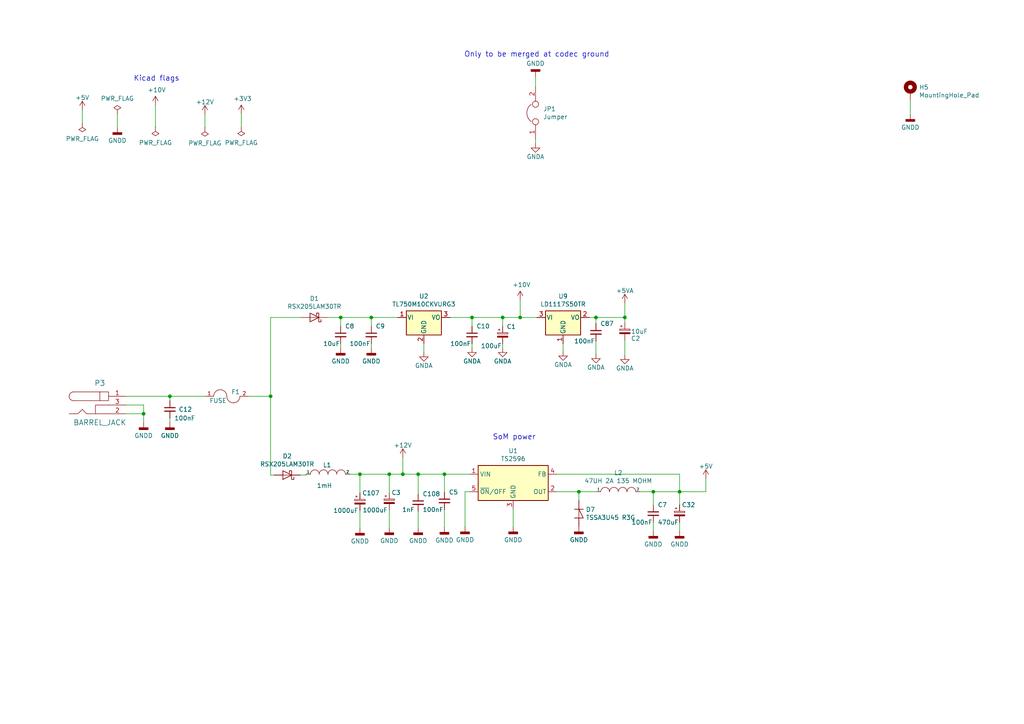
<source format=kicad_sch>
(kicad_sch (version 20211123) (generator eeschema)
  (paper "A4")
  (title_block (title "MOD Dwarf - Main Board") (date "2021-09-06") (rev "1.3") (company "MOD Devices GmbH") (comment 1 "Dwarf Audio processing board") (comment 2 "https://github.com/moddevices/hw-mod-dwarf") (comment 3 "Inp Power: 12V 500mA") (comment 4 "USB outp Power: 500mA"))
  (lib_symbols
    (symbol "Regulator_Linear:LD1117S50TR_SOT223" (pin_names (offset 0.254))
      (property "Reference" "U" (at -3.81 3.175 0))
      (property "Value" "LD1117S50TR_SOT223" (at 0 3.175 0))
      (symbol "LD1117S50TR_SOT223_0_1"
        (rectangle (start -5.08 -5.08) (end 5.08 1.905) (stroke (width 0.254)) (fill (type background)))
      )
      (symbol "LD1117S50TR_SOT223_1_1"
        (pin power_in line (at 0 -7.62 90) (length 2.54) (name "GND") (number "1"))
        (pin power_out line (at 7.62 0 180) (length 2.54) (name "VO") (number "2"))
        (pin power_in line (at -7.62 0 0) (length 2.54) (name "VI") (number "3"))
      )
    )
    (symbol "bottom-board-rescue:+10V-power" (power) (pin_names (offset 0))
      (property "Value" "+10V-power" (at 0 3.556 0))
      (symbol "+10V-power_0_1"
        (polyline (pts (xy -0.762 1.27) (xy 0 2.54)))
        (polyline (pts (xy 0 0) (xy 0 2.54)))
        (polyline (pts (xy 0 2.54) (xy 0.762 1.27)))
      )
      (symbol "+10V-power_1_1"
        (pin power_in line (at 0 0 90) (length 0) hide (name "+10V") (number "1"))
      )
    )
    (symbol "bottom-board-rescue:+12V-power" (power) (pin_names (offset 0))
      (property "Value" "+12V-power" (at 0 3.556 0))
      (symbol "+12V-power_0_1"
        (polyline (pts (xy -0.762 1.27) (xy 0 2.54)))
        (polyline (pts (xy 0 0) (xy 0 2.54)))
        (polyline (pts (xy 0 2.54) (xy 0.762 1.27)))
      )
      (symbol "+12V-power_1_1"
        (pin power_in line (at 0 0 90) (length 0) hide (name "+12V") (number "1"))
      )
    )
    (symbol "bottom-board-rescue:+3V3-power" (power) (pin_names (offset 0))
      (property "Value" "+3V3-power" (at 0 3.556 0))
      (symbol "+3V3-power_0_1"
        (polyline (pts (xy -0.762 1.27) (xy 0 2.54)))
        (polyline (pts (xy 0 0) (xy 0 2.54)))
        (polyline (pts (xy 0 2.54) (xy 0.762 1.27)))
      )
      (symbol "+3V3-power_1_1"
        (pin power_in line (at 0 0 90) (length 0) hide (name "+3V3") (number "1"))
      )
    )
    (symbol "bottom-board-rescue:+5V-power" (power) (pin_names (offset 0))
      (property "Value" "+5V-power" (at 0 3.556 0))
      (symbol "+5V-power_0_1"
        (polyline (pts (xy -0.762 1.27) (xy 0 2.54)))
        (polyline (pts (xy 0 0) (xy 0 2.54)))
        (polyline (pts (xy 0 2.54) (xy 0.762 1.27)))
      )
      (symbol "+5V-power_1_1"
        (pin power_in line (at 0 0 90) (length 0) hide (name "+5V") (number "1"))
      )
    )
    (symbol "bottom-board-rescue:+5VA-power" (power) (pin_names (offset 0))
      (property "Value" "+5VA-power" (at 0 3.556 0))
      (symbol "+5VA-power_0_1"
        (polyline (pts (xy -0.762 1.27) (xy 0 2.54)))
        (polyline (pts (xy 0 0) (xy 0 2.54)))
        (polyline (pts (xy 0 2.54) (xy 0.762 1.27)))
      )
      (symbol "+5VA-power_1_1"
        (pin power_in line (at 0 0 90) (length 0) hide (name "+5VA") (number "1"))
      )
    )
    (symbol "bottom-board-rescue:BARREL_JACK" (pin_names (offset 1.016))
      (property "Reference" "CON" (at 0 6.35 0))
      (property "Value" "BARREL_JACK" (at 0 -5.08 0))
      (symbol "BARREL_JACK_0_1"
        (arc (start -8.89 2.54) (mid -8.5271 1.6254) (end -7.62 1.27))
        (arc (start -7.62 3.81) (mid -8.5088 3.4366) (end -8.89 2.54))
        (polyline (pts (xy -7.62 1.27) (xy 0 1.27)))
        (polyline (pts (xy 0 3.81) (xy -7.62 3.81)))
        (polyline (pts (xy 2.54 0) (xy -1.27 0) (xy -1.27 -2.54)))
        (polyline (pts (xy 2.54 -2.54) (xy -3.81 -2.54) (xy -5.08 -1.27) (xy -6.35 -2.54) (xy -8.89 -2.54)))
        (rectangle (start 2.54 3.81) (end 0 1.27))
      )
      (symbol "BARREL_JACK_1_1"
        (pin passive line (at 7.62 2.54 180) (length 5.08) (name "~") (number "1"))
        (pin passive line (at 7.62 -2.54 180) (length 5.08) (name "~") (number "2"))
        (pin passive line (at 7.62 0 180) (length 5.08) (name "~") (number "3"))
      )
    )
    (symbol "bottom-board-rescue:CP_Small" (pin_numbers hide) (pin_names (offset 0.254) hide)
      (property "Reference" "C" (at 0.254 1.778 0))
      (property "Value" "CP_Small" (at 0.254 -2.032 0))
      (symbol "CP_Small_0_1"
        (rectangle (start -1.524 -0.3048) (end 1.524 -0.6858) (fill (type outline)))
        (rectangle (start -1.524 0.6858) (end 1.524 0.3048))
        (polyline (pts (xy -1.27 1.524) (xy -0.762 1.524)))
        (polyline (pts (xy -1.016 1.27) (xy -1.016 1.778)))
      )
      (symbol "CP_Small_1_1"
        (pin passive line (at 0 2.54 270) (length 1.8542) (name "~") (number "1"))
        (pin passive line (at 0 -2.54 90) (length 1.8542) (name "~") (number "2"))
      )
    )
    (symbol "bottom-board-rescue:C_Small" (pin_numbers hide) (pin_names (offset 0.254) hide)
      (property "Reference" "C" (at 0.254 1.778 0))
      (property "Value" "C_Small" (at 0.254 -2.032 0))
      (symbol "C_Small_0_1"
        (polyline (pts (xy -1.524 -0.508) (xy 1.524 -0.508)) (stroke (width 0.3302)))
        (polyline (pts (xy -1.524 0.508) (xy 1.524 0.508)) (stroke (width 0.3048)))
      )
      (symbol "C_Small_1_1"
        (pin passive line (at 0 2.54 270) (length 2.032) (name "~") (number "1"))
        (pin passive line (at 0 -2.54 90) (length 2.032) (name "~") (number "2"))
      )
    )
    (symbol "bottom-board-rescue:C_Small-Device" (pin_numbers hide) (pin_names (offset 0.254) hide)
      (property "Reference" "C" (at 0.254 1.778 0))
      (property "Value" "C_Small-Device" (at 0.254 -2.032 0))
      (symbol "C_Small-Device_0_1"
        (polyline (pts (xy -1.524 -0.508) (xy 1.524 -0.508)) (stroke (width 0.3302)))
        (polyline (pts (xy -1.524 0.508) (xy 1.524 0.508)) (stroke (width 0.3048)))
      )
      (symbol "C_Small-Device_1_1"
        (pin passive line (at 0 2.54 270) (length 2.032) (name "~") (number "1"))
        (pin passive line (at 0 -2.54 90) (length 2.032) (name "~") (number "2"))
      )
    )
    (symbol "bottom-board-rescue:D_Schottky-Device" (pin_numbers hide) (pin_names (offset 1.016) hide)
      (property "Reference" "D" (at 0 2.54 0))
      (property "Value" "D_Schottky-Device" (at 0 -2.54 0))
      (symbol "D_Schottky-Device_0_1"
        (polyline (pts (xy 1.27 0) (xy -1.27 0)))
        (polyline (pts (xy 1.27 1.27) (xy 1.27 -1.27) (xy -1.27 0) (xy 1.27 1.27)) (stroke (width 0.2032)))
        (polyline (pts (xy -1.905 0.635) (xy -1.905 1.27) (xy -1.27 1.27) (xy -1.27 -1.27) (xy -0.635 -1.27) (xy -0.635 -0.635)) (stroke (width 0.2032)))
      )
      (symbol "D_Schottky-Device_1_1"
        (pin passive line (at -3.81 0 0) (length 2.54) (name "K") (number "1"))
        (pin passive line (at 3.81 0 180) (length 2.54) (name "A") (number "2"))
      )
    )
    (symbol "bottom-board-rescue:D_Shockley-Device" (pin_numbers hide) (pin_names (offset 1.016) hide)
      (property "Reference" "D" (at 0 2.54 0))
      (property "Value" "D_Shockley-Device" (at 0 -2.54 0))
      (symbol "D_Shockley-Device_0_1"
        (polyline (pts (xy -1.27 0) (xy 1.27 0)))
        (polyline (pts (xy -1.27 1.27) (xy -1.27 -1.27)) (stroke (width 0.2032)))
        (polyline (pts (xy -1.27 0) (xy 1.27 1.27) (xy 1.27 -1.27)) (stroke (width 0.2032)))
      )
      (symbol "D_Shockley-Device_1_1"
        (pin passive line (at -3.81 0 0) (length 2.54) (name "K") (number "1"))
        (pin passive line (at 3.81 0 180) (length 2.54) (name "A") (number "2"))
      )
    )
    (symbol "bottom-board-rescue:FUSE" (pin_names (offset 0.254))
      (property "Reference" "F" (at 2.54 1.27 0))
      (property "Value" "FUSE" (at -2.54 -1.27 0))
      (symbol "FUSE_0_1"
        (arc (start 0 0) (mid -1.905 1.905) (end -3.81 0))
        (arc (start 0 0) (mid 1.905 -1.905) (end 3.81 0))
      )
      (symbol "FUSE_1_1"
        (pin input line (at -6.35 0 0) (length 2.54) (name "~") (number "1"))
        (pin input line (at 6.35 0 180) (length 2.54) (name "~") (number "2"))
      )
    )
    (symbol "bottom-board-rescue:GNDA-power" (power) (pin_names (offset 0))
      (property "Value" "GNDA-power" (at 0 -3.81 0))
      (symbol "GNDA-power_0_1"
        (polyline (pts (xy 0 0) (xy 0 -1.27) (xy 1.27 -1.27) (xy 0 -2.54) (xy -1.27 -1.27) (xy 0 -1.27)))
      )
      (symbol "GNDA-power_1_1"
        (pin power_in line (at 0 0 270) (length 0) hide (name "GNDA") (number "1"))
      )
    )
    (symbol "bottom-board-rescue:GNDD-power" (power) (pin_names (offset 0))
      (property "Value" "GNDD-power" (at 0 -3.175 0))
      (symbol "GNDD-power_0_1"
        (rectangle (start -1.27 -1.524) (end 1.27 -2.032) (stroke (width 0.254)) (fill (type outline)))
        (polyline (pts (xy 0 0) (xy 0 -1.524)))
      )
      (symbol "GNDD-power_1_1"
        (pin power_in line (at 0 0 270) (length 0) hide (name "GNDD") (number "1"))
      )
    )
    (symbol "bottom-board-rescue:INDUCTOR-pspice" (pin_numbers hide) (pin_names (offset 0))
      (property "Reference" "L" (at 0 2.54 0))
      (property "Value" "INDUCTOR-pspice" (at 0 -1.27 0))
      (symbol "INDUCTOR-pspice_0_1"
        (arc (start -2.54 0) (mid -3.81 1.27) (end -5.08 0))
        (arc (start 0 0) (mid -1.27 1.27) (end -2.54 0))
        (arc (start 2.54 0) (mid 1.27 1.27) (end 0 0))
        (arc (start 5.08 0) (mid 3.81 1.27) (end 2.54 0))
      )
      (symbol "INDUCTOR-pspice_1_1"
        (pin input line (at -6.35 0 0) (length 1.27) (name "1") (number "1"))
        (pin input line (at 6.35 0 180) (length 1.27) (name "2") (number "2"))
      )
    )
    (symbol "bottom-board-rescue:Jumper-Device" (pin_names (offset 0.762) hide)
      (property "Reference" "JP" (at 0 3.81 0))
      (property "Value" "Jumper-Device" (at 0 -2.032 0))
      (symbol "Jumper-Device_0_1"
        (circle (center -2.54 0) (radius 0.889))
        (arc (start 2.5146 1.27) (mid 0.0078 2.5097) (end -2.4892 1.27))
        (circle (center 2.54 0) (radius 0.889))
        (pin passive line (at -7.62 0 0) (length 4.191) (name "1") (number "1"))
        (pin passive line (at 7.62 0 180) (length 4.191) (name "2") (number "2"))
      )
    )
    (symbol "bottom-board-rescue:LD1117S50TR_SOT223-Regulator_Linear" (pin_names (offset 0.254))
      (property "Reference" "U" (at -3.81 3.175 0))
      (property "Value" "LD1117S50TR_SOT223-Regulator_Linear" (at 0 3.175 0))
      (symbol "LD1117S50TR_SOT223-Regulator_Linear_0_1"
        (rectangle (start -5.08 -5.08) (end 5.08 1.905) (stroke (width 0.254)) (fill (type background)))
      )
      (symbol "LD1117S50TR_SOT223-Regulator_Linear_1_1"
        (pin power_in line (at -7.62 0 0) (length 2.54) (name "VI") (number "1"))
        (pin power_in line (at 0 -7.62 90) (length 2.54) (name "GND") (number "2"))
        (pin power_out line (at 7.62 0 180) (length 2.54) (name "VO") (number "3"))
      )
    )
    (symbol "bottom-board-rescue:LM2596S-5-Regulator_Switching"
      (property "Reference" "U" (at -10.16 6.35 0))
      (property "Value" "LM2596S-5-Regulator_Switching" (at 0 6.35 0))
      (symbol "LM2596S-5-Regulator_Switching_0_1"
        (rectangle (start -10.16 5.08) (end 10.16 -5.08) (stroke (width 0.254)) (fill (type background)))
      )
      (symbol "LM2596S-5-Regulator_Switching_1_1"
        (pin power_in line (at -12.7 2.54 0) (length 2.54) (name "VIN") (number "1"))
        (pin output line (at 12.7 -2.54 180) (length 2.54) (name "OUT") (number "2"))
        (pin power_in line (at 0 -7.62 90) (length 2.54) (name "GND") (number "3"))
        (pin input line (at 12.7 2.54 180) (length 2.54) (name "FB") (number "4"))
        (pin input line (at -12.7 -2.54 0) (length 2.54) (name "~{ON}/OFF") (number "5"))
      )
    )
    (symbol "bottom-board-rescue:MountingHole_Pad-Mechanical" (pin_numbers hide) (pin_names (offset 1.016) hide)
      (property "Reference" "H" (at 0 6.35 0))
      (property "Value" "MountingHole_Pad-Mechanical" (at 0 4.445 0))
      (symbol "MountingHole_Pad-Mechanical_0_1"
        (circle (center 0 1.27) (radius 1.27) (stroke (width 1.27)))
      )
      (symbol "MountingHole_Pad-Mechanical_1_1"
        (pin input line (at 0 -2.54 90) (length 2.54) (name "1") (number "1"))
      )
    )
    (symbol "bottom-board-rescue:PWR_FLAG-power" (power) (pin_numbers hide) (pin_names (offset 0) hide)
      (property "Value" "PWR_FLAG-power" (at 0 3.81 0))
      (symbol "PWR_FLAG-power_0_0"
        (pin power_out line (at 0 0 90) (length 0) (name "pwr") (number "1"))
      )
      (symbol "PWR_FLAG-power_0_1"
        (polyline (pts (xy 0 0) (xy 0 1.27) (xy -1.016 1.905) (xy 0 2.54) (xy 1.016 1.905) (xy 0 1.27)))
      )
    )
  )
  (junction (at 104.394 137.541))
  (junction (at 112.903 137.541))
  (junction (at 41.656 120.015))
  (junction (at 167.894 142.621))
  (junction (at 145.796 92.075))
  (junction (at 150.876 92.075))
  (junction (at 49.276 114.935))
  (junction (at 181.229 92.075))
  (junction (at 136.906 92.075))
  (junction (at 121.285 137.541))
  (junction (at 189.484 142.621))
  (junction (at 107.696 92.075))
  (junction (at 197.104 142.621))
  (junction (at 78.486 114.935))
  (junction (at 172.847 92.075))
  (junction (at 116.84 137.541))
  (junction (at 128.905 137.541))
  (junction (at 98.806 92.075))
  (wire (pts (xy 101.473 137.541) (xy 104.394 137.541)))
  (wire (pts (xy 107.696 92.075) (xy 115.316 92.075)))
  (wire (pts (xy 145.796 99.695) (xy 145.796 100.965)))
  (wire (pts (xy 69.977 33.02) (xy 69.977 36.83)))
  (wire (pts (xy 98.806 92.075) (xy 107.696 92.075)))
  (wire (pts (xy 104.394 137.541) (xy 112.903 137.541)))
  (wire (pts (xy 134.874 142.621) (xy 134.874 152.781)))
  (wire (pts (xy 78.486 114.935) (xy 78.486 137.795)))
  (wire (pts (xy 136.144 142.621) (xy 134.874 142.621)))
  (wire (pts (xy 104.394 148.082) (xy 104.394 153.162)))
  (wire (pts (xy 145.796 94.615) (xy 145.796 92.075)))
  (wire (pts (xy 72.136 114.935) (xy 78.486 114.935)))
  (wire (pts (xy 78.486 92.075) (xy 78.486 114.935)))
  (wire (pts (xy 121.285 137.541) (xy 128.905 137.541)))
  (wire (pts (xy 41.656 117.475) (xy 41.656 120.015)))
  (wire (pts (xy 167.894 145.161) (xy 167.894 142.621)))
  (wire (pts (xy 161.544 137.541) (xy 197.104 137.541)))
  (wire (pts (xy 172.847 92.075) (xy 181.229 92.075)))
  (wire (pts (xy 189.484 142.621) (xy 185.674 142.621)))
  (wire (pts (xy 148.844 152.781) (xy 148.844 147.701)))
  (wire (pts (xy 264.033 29.083) (xy 264.033 33.147)))
  (wire (pts (xy 45.085 30.48) (xy 45.085 36.83)))
  (wire (pts (xy 170.942 92.075) (xy 172.847 92.075)))
  (wire (pts (xy 98.806 99.695) (xy 98.806 100.965)))
  (wire (pts (xy 49.276 121.285) (xy 49.276 122.555)))
  (wire (pts (xy 36.576 117.475) (xy 41.656 117.475)))
  (wire (pts (xy 116.84 137.541) (xy 121.285 137.541)))
  (wire (pts (xy 197.104 137.541) (xy 197.104 142.621)))
  (wire (pts (xy 145.796 92.075) (xy 150.876 92.075)))
  (wire (pts (xy 49.276 114.935) (xy 59.436 114.935)))
  (wire (pts (xy 136.906 92.075) (xy 145.796 92.075)))
  (wire (pts (xy 150.876 92.075) (xy 150.876 86.995)))
  (wire (pts (xy 163.322 99.695) (xy 163.322 101.981)))
  (wire (pts (xy 78.486 137.795) (xy 79.502 137.795)))
  (wire (pts (xy 204.724 142.621) (xy 197.104 142.621)))
  (wire (pts (xy 87.122 137.795) (xy 88.773 137.795)))
  (wire (pts (xy 189.484 146.431) (xy 189.484 142.621)))
  (wire (pts (xy 49.276 114.935) (xy 49.276 116.205)))
  (wire (pts (xy 41.656 120.015) (xy 41.656 122.555)))
  (wire (pts (xy 104.394 143.002) (xy 104.394 137.541)))
  (wire (pts (xy 155.321 41.656) (xy 155.321 40.386)))
  (wire (pts (xy 172.847 93.853) (xy 172.847 92.075)))
  (wire (pts (xy 181.229 92.075) (xy 181.229 93.599)))
  (wire (pts (xy 88.773 137.795) (xy 88.773 137.541)))
  (wire (pts (xy 197.104 154.051) (xy 197.104 151.511)))
  (wire (pts (xy 197.104 146.431) (xy 197.104 142.621)))
  (wire (pts (xy 181.229 98.679) (xy 181.229 102.997)))
  (wire (pts (xy 112.903 137.541) (xy 116.84 137.541)))
  (wire (pts (xy 78.486 92.075) (xy 87.376 92.075)))
  (wire (pts (xy 34.036 33.147) (xy 34.036 36.957)))
  (wire (pts (xy 116.84 132.715) (xy 116.84 137.541)))
  (wire (pts (xy 112.903 147.955) (xy 112.903 153.035)))
  (wire (pts (xy 94.996 92.075) (xy 98.806 92.075)))
  (wire (pts (xy 136.906 99.695) (xy 136.906 100.965)))
  (wire (pts (xy 128.905 142.748) (xy 128.905 137.541)))
  (wire (pts (xy 172.974 142.621) (xy 167.894 142.621)))
  (wire (pts (xy 167.894 142.621) (xy 161.544 142.621)))
  (wire (pts (xy 36.576 114.935) (xy 49.276 114.935)))
  (wire (pts (xy 36.576 120.015) (xy 41.656 120.015)))
  (wire (pts (xy 107.696 92.075) (xy 107.696 94.615)))
  (wire (pts (xy 130.556 92.075) (xy 136.906 92.075)))
  (wire (pts (xy 121.285 143.256) (xy 121.285 137.541)))
  (wire (pts (xy 23.876 31.877) (xy 23.876 35.687)))
  (wire (pts (xy 107.696 99.695) (xy 107.696 100.965)))
  (wire (pts (xy 172.847 98.933) (xy 172.847 102.743)))
  (wire (pts (xy 181.229 92.075) (xy 181.229 87.884)))
  (wire (pts (xy 136.906 92.075) (xy 136.906 94.615)))
  (wire (pts (xy 189.484 154.051) (xy 189.484 151.511)))
  (wire (pts (xy 121.285 148.336) (xy 121.285 153.035)))
  (wire (pts (xy 150.876 92.075) (xy 155.702 92.075)))
  (wire (pts (xy 98.806 94.615) (xy 98.806 92.075)))
  (wire (pts (xy 197.104 142.621) (xy 189.484 142.621)))
  (wire (pts (xy 112.903 142.875) (xy 112.903 137.541)))
  (wire (pts (xy 204.724 142.621) (xy 204.724 138.811)))
  (wire (pts (xy 59.436 33.147) (xy 59.436 36.957)))
  (wire (pts (xy 122.936 99.695) (xy 122.936 102.235)))
  (wire (pts (xy 128.905 137.541) (xy 136.144 137.541)))
  (wire (pts (xy 128.905 152.908) (xy 128.905 147.828)))
  (wire (pts (xy 155.321 25.146) (xy 155.321 22.225)))
  (text "SoM power" (at 142.875 127.762 0) (effects (font (size 1.524 1.524)) (justify left bottom)))
  (text "Only to be merged at codec ground" (at 134.62 16.764 0) (effects (font (size 1.524 1.524)) (justify left bottom)))
  (text "Kicad flags" (at 38.735 23.749 0) (effects (font (size 1.524 1.524)) (justify left bottom)))
  (symbol (lib_id "bottom-board-rescue:FUSE") (at 65.786 114.935 0) (unit 1)
    (property "Reference" "F1" (at 68.326 113.665 0))
    (property "Value" "FUSE" (at 63.246 116.205 0))
    (property "Footprint" "Fuse:Fuse_2920_7451Metric" (effects hide))
    (property "MPN" "0ZCF0200FF2C" (effects hide))
  )
  (symbol (lib_id "bottom-board-rescue:C_Small") (at 107.696 97.155 0) (unit 1)
    (property "Reference" "C9" (at 108.966 94.615 0) (effects (justify left)))
    (property "Value" "100nF" (at 101.346 99.695 0) (effects (justify left)))
    (property "Footprint" "Capacitor_SMD:C_0603_1608Metric" (effects hide))
    (property "MPN" "GCM188R71C104KA37D" (effects hide))
  )
  (symbol (lib_id "bottom-board-rescue:C_Small") (at 136.906 97.155 0) (unit 1)
    (property "Reference" "C10" (at 138.176 94.615 0) (effects (justify left)))
    (property "Value" "100nF" (at 130.556 99.695 0) (effects (justify left)))
    (property "Footprint" "Capacitor_SMD:C_0603_1608Metric" (effects hide))
    (property "MPN" "GCM188R71C104KA37D" (effects hide))
  )
  (symbol (lib_id "bottom-board-rescue:+5VA-power") (at 181.229 87.884 0) (unit 1)
    (property "Reference" "#PWR01" (effects hide))
    (property "Value" "+5VA" (at 181.229 84.328 0))
  )
  (symbol (lib_id "bottom-board-rescue:+5V-power") (at 204.724 138.811 0) (unit 1)
    (property "Reference" "#PWR02" (effects hide))
    (property "Value" "+5V" (at 204.724 135.255 0))
  )
  (symbol (lib_id "bottom-board-rescue:GNDA-power") (at 122.936 102.235 0) (unit 1)
    (property "Reference" "#PWR08" (effects hide))
    (property "Value" "GNDA" (at 122.936 106.045 0))
  )
  (symbol (lib_id "bottom-board-rescue:GNDD-power") (at 34.036 36.957 0) (unit 1)
    (property "Reference" "#PWR028" (effects hide))
    (property "Value" "GNDD" (at 34.036 40.767 0))
  )
  (symbol (lib_id "bottom-board-rescue:PWR_FLAG-power") (at 34.036 33.147 0) (unit 1)
    (property "Reference" "#FLG029" (effects hide))
    (property "Value" "PWR_FLAG" (at 34.036 28.575 0))
  )
  (symbol (lib_id "bottom-board-rescue:GNDA-power") (at 155.321 41.656 0) (unit 1)
    (property "Reference" "#PWR020" (effects hide))
    (property "Value" "GNDA" (at 155.321 45.466 0))
  )
  (symbol (lib_id "bottom-board-rescue:GNDD-power") (at 264.033 33.147 0) (unit 1)
    (property "Reference" "#PWR021" (effects hide))
    (property "Value" "GNDD" (at 264.033 36.957 0))
  )
  (symbol (lib_id "bottom-board-rescue:+12V-power") (at 116.84 132.715 0) (unit 1)
    (property "Reference" "#PWR022" (effects hide))
    (property "Value" "+12V" (at 116.84 129.159 0))
  )
  (symbol (lib_id "bottom-board-rescue:+12V-power") (at 59.436 33.147 0) (unit 1)
    (property "Reference" "#PWR023" (effects hide))
    (property "Value" "+12V" (at 59.436 29.591 0))
  )
  (symbol (lib_id "bottom-board-rescue:PWR_FLAG-power") (at 59.436 36.957 180) (unit 1)
    (property "Reference" "#FLG024" (effects hide))
    (property "Value" "PWR_FLAG" (at 59.436 41.529 0))
  )
  (symbol (lib_id "bottom-board-rescue:C_Small-Device") (at 98.806 97.155 0) (unit 1)
    (property "Reference" "C8" (at 100.076 94.615 0) (effects (justify left)))
    (property "Value" "10uF" (at 93.726 99.695 0) (effects (justify left)))
    (property "Footprint" "Capacitor_SMD:C_0805_2012Metric" (effects hide))
    (property "MPN" "GRM219R61E106KA12D" (effects hide))
  )
  (symbol (lib_id "bottom-board-rescue:+3V3-power") (at 69.977 33.02 0) (unit 1)
    (property "Reference" "#PWR0173" (effects hide))
    (property "Value" "+3V3" (at 70.358 28.6258 0))
  )
  (symbol (lib_id "bottom-board-rescue:PWR_FLAG-power") (at 69.977 36.83 180) (unit 1)
    (property "Reference" "#FLG0101" (effects hide))
    (property "Value" "PWR_FLAG" (at 69.977 41.402 0))
  )
  (symbol (lib_id "bottom-board-rescue:D_Schottky-Device") (at 91.186 92.075 180) (unit 1)
    (property "Reference" "D1" (at 91.186 86.5886 0))
    (property "Value" "RSX205LAM30TR" (at 91.186 88.9 0))
    (property "Footprint" "Diode_SMD:D_SOD-128" (effects hide))
    (property "MPN" "RSX205LAM30TR" (effects hide))
  )
  (symbol (lib_id "bottom-board-rescue:D_Schottky-Device") (at 83.312 137.795 180) (unit 1)
    (property "Reference" "D2" (at 83.312 132.3086 0))
    (property "Value" "RSX205LAM30TR" (at 83.312 134.62 0))
    (property "Footprint" "Diode_SMD:D_SOD-128" (effects hide))
    (property "MPN" "RSX205LAM30TR" (effects hide))
  )
  (symbol (lib_id "bottom-board-rescue:LM2596S-5-Regulator_Switching") (at 148.844 140.081 0) (unit 1)
    (property "Reference" "U1" (at 148.844 130.7592 0))
    (property "Value" "TS2596" (at 148.844 133.0706 0))
    (property "Footprint" "Package_TO_SOT_SMD:TO-263-5_TabPin3" (effects hide))
    (property "MPN" "TS2596CM550 RNG" (effects hide))
  )
  (symbol (lib_id "bottom-board-rescue:C_Small") (at 128.905 145.288 0) (unit 1)
    (property "Reference" "C5" (at 130.175 142.748 0) (effects (justify left)))
    (property "Value" "100nF" (at 122.555 147.828 0) (effects (justify left)))
    (property "Footprint" "Capacitor_SMD:C_0603_1608Metric" (effects hide))
    (property "MPN" "GCM188R71C104KA37D" (effects hide))
  )
  (symbol (lib_id "bottom-board-rescue:D_Shockley-Device") (at 167.894 148.971 270) (unit 1)
    (property "Reference" "D7" (at 169.9006 147.8026 90) (effects (justify left)))
    (property "Value" "TSSA3U45 R3G" (at 169.9006 150.114 90) (effects (justify left)))
    (property "Footprint" "Diode_SMD:D_MELF" (effects hide))
    (property "MPN" "	TSSA3U45 R3G" (effects hide))
  )
  (symbol (lib_id "bottom-board-rescue:INDUCTOR-pspice") (at 179.324 142.621 0) (unit 1)
    (property "Reference" "L2" (at 179.324 137.16 0))
    (property "Value" "47UH 2A 135 MOHM" (at 179.324 139.4714 0))
    (property "Footprint" "Uno:SRN8040TA" (effects hide))
    (property "Datasheet" "https://www.digikey.com/product-detail/en/bourns-inc/SRN8040TA-470M/SRN8040TA-470MTR-ND/6155133" (effects hide))
    (property "MPN" "SRN8040TA-470M" (effects hide))
  )
  (symbol (lib_id "bottom-board-rescue:C_Small") (at 189.484 148.971 0) (unit 1)
    (property "Reference" "C7" (at 190.754 146.431 0) (effects (justify left)))
    (property "Value" "100nF" (at 183.134 151.511 0) (effects (justify left)))
    (property "Footprint" "Capacitor_SMD:C_0603_1608Metric" (effects hide))
    (property "MPN" "GCM188R71C104KA37D" (effects hide))
  )
  (symbol (lib_id "bottom-board-rescue:PWR_FLAG-power") (at 23.876 35.687 180) (unit 1)
    (property "Reference" "#FLG0103" (effects hide))
    (property "Value" "PWR_FLAG" (at 23.876 40.259 0))
  )
  (symbol (lib_id "bottom-board-rescue:+5V-power") (at 23.876 31.877 0) (unit 1)
    (property "Reference" "#PWR0101" (effects hide))
    (property "Value" "+5V" (at 23.876 28.321 0))
  )
  (symbol (lib_id "bottom-board-rescue:CP_Small") (at 112.903 145.415 0) (unit 1)
    (property "Reference" "C3" (at 113.538 142.875 0) (effects (justify left)))
    (property "Value" "1000uF" (at 105.156 147.955 0) (effects (justify left)))
    (property "Footprint" "Capacitor_SMD:CP_Elec_10x10.5" (effects hide))
    (property "MPN" "UCM1C102MNL1GS" (effects hide))
  )
  (symbol (lib_id "bottom-board-rescue:CP_Small") (at 197.104 148.971 0) (unit 1)
    (property "Reference" "C32" (at 197.739 146.431 0) (effects (justify left)))
    (property "Value" "470uF" (at 190.754 151.511 0) (effects (justify left)))
    (property "Footprint" "Capacitor_SMD:CP_Elec_8x10.5" (effects hide))
    (property "MPN" "UCW1C471MNL1GS" (effects hide))
  )
  (symbol (lib_id "bottom-board-rescue:GNDD-power") (at 155.321 22.225 180) (unit 1)
    (property "Reference" "#PWR0229" (effects hide))
    (property "Value" "GNDD" (at 155.321 18.415 0))
  )
  (symbol (lib_id "bottom-board-rescue:GNDD-power") (at 112.903 153.035 0) (unit 1)
    (property "Reference" "#PWR0113" (effects hide))
    (property "Value" "GNDD" (at 112.903 156.845 0))
  )
  (symbol (lib_id "bottom-board-rescue:GNDD-power") (at 128.905 152.908 0) (unit 1)
    (property "Reference" "#PWR0114" (effects hide))
    (property "Value" "GNDD" (at 128.905 156.718 0))
  )
  (symbol (lib_id "bottom-board-rescue:GNDD-power") (at 134.874 152.781 0) (unit 1)
    (property "Reference" "#PWR0115" (effects hide))
    (property "Value" "GNDD" (at 134.874 156.591 0))
  )
  (symbol (lib_id "bottom-board-rescue:GNDD-power") (at 148.844 152.781 0) (unit 1)
    (property "Reference" "#PWR0117" (effects hide))
    (property "Value" "GNDD" (at 148.844 156.591 0))
  )
  (symbol (lib_id "bottom-board-rescue:GNDD-power") (at 167.894 152.781 0) (unit 1)
    (property "Reference" "#PWR0118" (effects hide))
    (property "Value" "GNDD" (at 167.894 156.591 0))
  )
  (symbol (lib_id "bottom-board-rescue:GNDD-power") (at 189.484 154.051 0) (unit 1)
    (property "Reference" "#PWR0119" (effects hide))
    (property "Value" "GNDD" (at 189.484 157.861 0))
  )
  (symbol (lib_id "bottom-board-rescue:GNDD-power") (at 197.104 154.051 0) (unit 1)
    (property "Reference" "#PWR0120" (effects hide))
    (property "Value" "GNDD" (at 197.104 157.861 0))
  )
  (symbol (lib_id "bottom-board-rescue:BARREL_JACK") (at 28.956 117.475 0) (unit 1)
    (property "Reference" "P3" (at 28.956 111.125 0) (effects (font (size 1.524 1.524))))
    (property "Value" "BARREL_JACK" (at 28.956 122.555 0) (effects (font (size 1.524 1.524))))
    (property "Footprint" "Connector_BarrelJack:BarrelJack_Horizontal" (effects hide))
    (property "MPN" "PJ-002AH" (effects hide))
  )
  (symbol (lib_id "bottom-board-rescue:C_Small") (at 49.276 118.745 0) (unit 1)
    (property "Reference" "C12" (at 51.816 118.745 0) (effects (justify left)))
    (property "Value" "100nF" (at 50.546 121.285 0) (effects (justify left)))
    (property "Footprint" "Capacitor_SMD:C_0603_1608Metric" (effects hide))
    (property "MPN" "GCM188R71C104KA37D" (effects hide))
  )
  (symbol (lib_id "bottom-board-rescue:GNDD-power") (at 41.656 122.555 0) (unit 1)
    (property "Reference" "#PWR0102" (effects hide))
    (property "Value" "GNDD" (at 41.656 126.365 0))
  )
  (symbol (lib_id "bottom-board-rescue:GNDD-power") (at 49.276 122.555 0) (unit 1)
    (property "Reference" "#PWR0103" (effects hide))
    (property "Value" "GNDD" (at 49.276 126.365 0))
  )
  (symbol (lib_id "bottom-board-rescue:MountingHole_Pad-Mechanical") (at 264.033 26.543 0) (unit 1)
    (property "Reference" "H5" (at 266.573 25.2984 0) (effects (justify left)))
    (property "Value" "MountingHole_Pad" (at 266.573 27.6098 0) (effects (justify left)))
    (property "Footprint" "MountingHole:MountingHole_3.2mm_M3_DIN965_Pad" (effects hide))
  )
  (symbol (lib_id "bottom-board-rescue:GNDA-power") (at 163.322 101.981 0) (unit 1)
    (property "Reference" "#PWR0161" (effects hide))
    (property "Value" "GNDA" (at 163.322 105.791 0))
  )
  (symbol (lib_id "bottom-board-rescue:CP_Small") (at 181.229 96.139 0) (unit 1)
    (property "Reference" "C2" (at 183.007 98.171 0) (effects (justify left)))
    (property "Value" "10uF" (at 183.007 96.139 0) (effects (justify left)))
    (property "Footprint" "Capacitor_SMD:CP_Elec_4x5.7" (effects hide))
    (property "MPN" "EEE-HB1C100R" (effects hide))
  )
  (symbol (lib_id "bottom-board-rescue:PWR_FLAG-power") (at 45.085 36.83 180) (unit 1)
    (property "Reference" "#FLG0104" (effects hide))
    (property "Value" "PWR_FLAG" (at 45.085 41.402 0))
  )
  (symbol (lib_id "bottom-board-rescue:+10V-power") (at 45.085 30.48 0) (unit 1)
    (property "Reference" "#PWR0273" (effects hide))
    (property "Value" "+10V" (at 45.466 26.0858 0))
  )
  (symbol (lib_id "bottom-board-rescue:Jumper-Device") (at 155.321 32.766 90) (unit 1)
    (property "Reference" "JP1" (at 157.5562 31.5976 90) (effects (justify right)))
    (property "Value" "Jumper" (at 157.5562 33.909 90) (effects (justify right)))
    (property "Footprint" "Jumper:SolderJumper-2_P1.3mm_Bridged2Bar_RoundedPad1.0x1.5mm" (effects hide))
  )
  (symbol (lib_id "bottom-board-rescue:+10V-power") (at 150.876 86.995 0) (unit 1)
    (property "Reference" "#PWR0122" (effects hide))
    (property "Value" "+10V" (at 151.257 82.6008 0))
  )
  (symbol (lib_id "bottom-board-rescue:C_Small") (at 172.847 96.393 0) (unit 1)
    (property "Reference" "C87" (at 174.117 93.853 0) (effects (justify left)))
    (property "Value" "100nF" (at 166.497 98.933 0) (effects (justify left)))
    (property "Footprint" "Capacitor_SMD:C_0603_1608Metric" (effects hide))
    (property "MPN" "GCM188R71C104KA37D" (effects hide))
  )
  (symbol (lib_id "bottom-board-rescue:GNDA-power") (at 172.847 102.743 0) (unit 1)
    (property "Reference" "#PWR0281" (effects hide))
    (property "Value" "GNDA" (at 172.847 106.553 0))
  )
  (symbol (lib_id "bottom-board-rescue:GNDA-power") (at 181.229 102.997 0) (unit 1)
    (property "Reference" "#PWR0282" (effects hide))
    (property "Value" "GNDA" (at 181.229 106.807 0))
  )
  (symbol (lib_id "bottom-board-rescue:CP_Small") (at 145.796 97.155 0) (unit 1)
    (property "Reference" "C1" (at 146.939 94.742 0) (effects (justify left)))
    (property "Value" "100uF" (at 139.446 100.33 0) (effects (justify left)))
    (property "Footprint" "Capacitor_SMD:CP_Elec_6.3x7.7" (effects hide))
    (property "MPN" "107SML016M" (effects hide))
  )
  (symbol (lib_id "bottom-board-rescue:GNDD-power") (at 98.806 100.965 0) (unit 1)
    (property "Reference" "#PWR0137" (effects hide))
    (property "Value" "GNDD" (at 98.806 104.775 0))
  )
  (symbol (lib_id "bottom-board-rescue:GNDD-power") (at 107.696 100.965 0) (unit 1)
    (property "Reference" "#PWR0154" (effects hide))
    (property "Value" "GNDD" (at 107.696 104.775 0))
  )
  (symbol (lib_id "bottom-board-rescue:GNDA-power") (at 136.906 100.965 0) (unit 1)
    (property "Reference" "#PWR0157" (effects hide))
    (property "Value" "GNDA" (at 136.906 104.775 0))
  )
  (symbol (lib_id "bottom-board-rescue:GNDA-power") (at 145.796 100.965 0) (unit 1)
    (property "Reference" "#PWR0158" (effects hide))
    (property "Value" "GNDA" (at 145.796 104.775 0))
  )
  (symbol (lib_id "bottom-board-rescue:LD1117S50TR_SOT223-Regulator_Linear") (at 122.936 92.075 0) (unit 1)
    (property "Reference" "U2" (at 122.936 85.9282 0))
    (property "Value" "TL750M10CKVURG3" (at 122.936 88.2396 0))
    (property "Footprint" "Package_TO_SOT_SMD:TO-252-3_TabPin2" (effects hide))
    (property "MPN" "TL750M10CKVURG3" (effects hide))
  )
  (symbol (lib_id "Regulator_Linear:LD1117S50TR_SOT223") (at 163.322 92.075 0) (unit 1)
    (property "Reference" "U9" (at 163.322 85.9282 0))
    (property "Value" "LD1117S50TR" (at 163.322 88.2396 0))
    (property "Footprint" "Package_TO_SOT_SMD:SOT-223-3_TabPin2" (effects hide))
    (property "Datasheet" "http://www.st.com/st-web-ui/static/active/en/resource/technical/document/datasheet/CD00000544.pdf" (effects hide))
    (property "MPN" "LD1117S50TR" (effects hide))
  )
  (symbol (lib_id "bottom-board-rescue:CP_Small") (at 104.394 145.542 0) (unit 1)
    (property "Reference" "C107" (at 105.029 143.002 0) (effects (justify left)))
    (property "Value" "1000uF" (at 96.647 148.082 0) (effects (justify left)))
    (property "Footprint" "Capacitor_SMD:CP_Elec_10x10.5" (effects hide))
    (property "MPN" "UCM1C102MNL1GS" (effects hide))
  )
  (symbol (lib_id "bottom-board-rescue:C_Small") (at 121.285 145.796 0) (unit 1)
    (property "Reference" "C108" (at 122.555 143.256 0) (effects (justify left)))
    (property "Value" "1nF" (at 116.586 147.828 0) (effects (justify left)))
    (property "Footprint" "Capacitor_SMD:C_0603_1608Metric" (effects hide))
    (property "MPN" "C0603X7R500-103KNP" (effects hide))
  )
  (symbol (lib_id "bottom-board-rescue:GNDD-power") (at 104.394 153.162 0) (unit 1)
    (property "Reference" "#PWR0259" (effects hide))
    (property "Value" "GNDD" (at 104.394 156.972 0))
  )
  (symbol (lib_id "bottom-board-rescue:INDUCTOR-pspice") (at 95.123 137.541 0) (unit 1)
    (property "Reference" "L1" (at 94.869 134.874 0))
    (property "Value" "1mH" (at 94.107 140.843 0))
    (property "Footprint" "Inductor_SMD:L_Bourns_SRR1260" (effects hide))
    (property "MPN" "SRR1260-102K" (effects hide))
  )
  (symbol (lib_id "bottom-board-rescue:GNDD-power") (at 121.285 153.035 0) (unit 1)
    (property "Reference" "#PWR0301" (effects hide))
    (property "Value" "GNDD" (at 121.285 156.845 0))
  )
)
</source>
